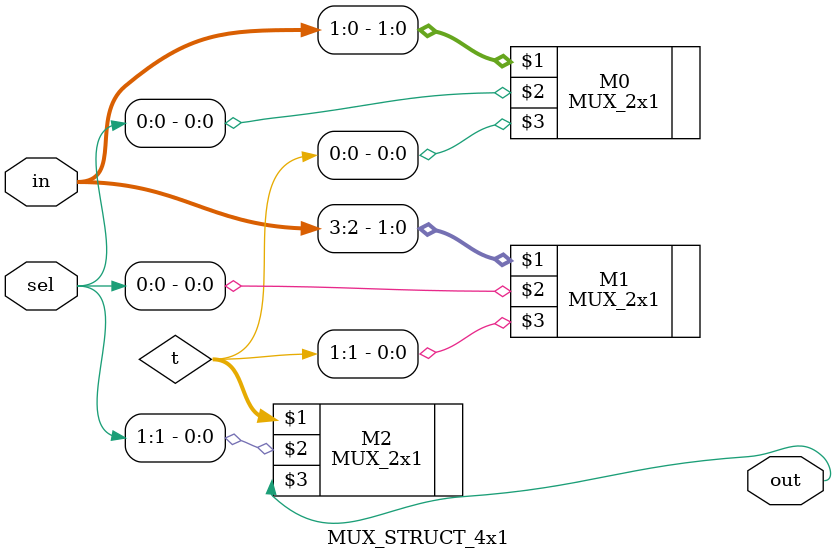
<source format=v>
`timescale 1ns / 1ps


module MUX_STRUCT_4x1(in, sel, out);
    input [3:0] in;
    input[1:0] sel;
    output out;
    wire[1:0] t;
    
    MUX_2x1 M0 (in[1:0], sel[0], t[0]);
    MUX_2x1 M1 (in[3:2], sel[0], t[1]);
    MUX_2x1 M2 (t, sel[1], out);
    
endmodule

</source>
